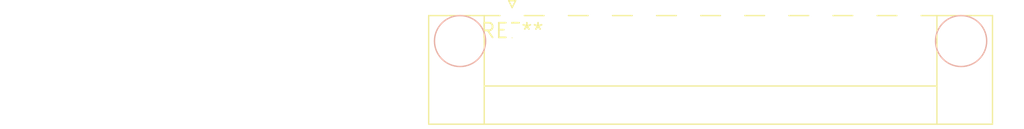
<source format=kicad_pcb>
(kicad_pcb (version 20240108) (generator pcbnew)
  (layers (0 "F.Cu" signal) (31 "B.Cu" signal) (34 "B.Paste" user) (35 "F.Paste" user) (36 "B.SilkS" user "B.Silkscreen") (37 "F.SilkS" user "F.Silkscreen") (38 "B.Mask" user) (39 "F.Mask" user) (44 "Edge.Cuts" user))
  (net 0 "")
  (footprint "PhoenixContact_MC_1,5_10-GF-3.81_1x10_P3.81mm_Horizontal_ThreadedFlange_MountHole" (layer "F.Cu") (at 0 0)
    (property "Reference" "REF**")
    (property "Value" "PhoenixContact_MC_1,5_10-GF-3.81_1x10_P3.81mm_Horizontal_ThreadedFlange_MountHole")
    (fp_circle (center -4.5 0.9) (end -2.29 0.9) (layer "B.SilkS") (stroke (width 0.12)) (fill none))
    (fp_circle (center 38.79 0.9) (end 41 0.9) (layer "B.SilkS") (stroke (width 0.12)) (fill none))
    (fp_line (start -7.21 -1.31) (end -7.21 8.11) (layer "F.SilkS") (stroke (width 0.12)))
    (fp_line (start -7.21 -1.31) (end -1.05 -1.31) (layer "F.SilkS") (stroke (width 0.12)))
    (fp_line (start -7.21 8.11) (end 41.5 8.11) (layer "F.SilkS") (stroke (width 0.12)))
    (fp_line (start -2.41 -1.31) (end -2.41 8.11) (layer "F.SilkS") (stroke (width 0.12)))
    (fp_line (start -2.41 4.8) (end 36.7 4.8) (layer "F.SilkS") (stroke (width 0.12)))
    (fp_line (start -0.3 -2.6) (end 0.3 -2.6) (layer "F.SilkS") (stroke (width 0.12)))
    (fp_line (start 0 -2) (end -0.3 -2.6) (layer "F.SilkS") (stroke (width 0.12)))
    (fp_line (start 0.3 -2.6) (end 0 -2) (layer "F.SilkS") (stroke (width 0.12)))
    (fp_line (start 1.05 -1.31) (end 2.76 -1.31) (layer "F.SilkS") (stroke (width 0.12)))
    (fp_line (start 4.86 -1.31) (end 6.57 -1.31) (layer "F.SilkS") (stroke (width 0.12)))
    (fp_line (start 8.67 -1.31) (end 10.38 -1.31) (layer "F.SilkS") (stroke (width 0.12)))
    (fp_line (start 12.48 -1.31) (end 14.19 -1.31) (layer "F.SilkS") (stroke (width 0.12)))
    (fp_line (start 16.29 -1.31) (end 18 -1.31) (layer "F.SilkS") (stroke (width 0.12)))
    (fp_line (start 20.1 -1.31) (end 21.81 -1.31) (layer "F.SilkS") (stroke (width 0.12)))
    (fp_line (start 23.91 -1.31) (end 25.62 -1.31) (layer "F.SilkS") (stroke (width 0.12)))
    (fp_line (start 27.72 -1.31) (end 29.43 -1.31) (layer "F.SilkS") (stroke (width 0.12)))
    (fp_line (start 31.53 -1.31) (end 33.24 -1.31) (layer "F.SilkS") (stroke (width 0.12)))
    (fp_line (start 36.7 -1.31) (end 36.7 8.11) (layer "F.SilkS") (stroke (width 0.12)))
    (fp_line (start 41.5 -1.31) (end 35.34 -1.31) (layer "F.SilkS") (stroke (width 0.12)))
    (fp_line (start 41.5 8.11) (end 41.5 -1.31) (layer "F.SilkS") (stroke (width 0.12)))
    (pad "" np_thru_hole circle (at -4.5 0.9) (size 2.4 2.4) (drill 2.4) (layers *.Cu *.Mask))
    (pad "" np_thru_hole circle (at 38.79 0.9) (size 2.4 2.4) (drill 2.4) (layers *.Cu *.Mask))
    (pad "1" thru_hole roundrect (at 0 0) (size 1.8 3.6) (drill 1.2) (layers *.Cu *.Mask) (remove_unused_layers) (roundrect_rratio 0.138889))
    (pad "2" thru_hole oval (at 3.81 0) (size 1.8 3.6) (drill 1.2) (layers *.Cu *.Mask) (remove_unused_layers))
    (pad "3" thru_hole oval (at 7.62 0) (size 1.8 3.6) (drill 1.2) (layers *.Cu *.Mask) (remove_unused_layers))
    (pad "4" thru_hole oval (at 11.43 0) (size 1.8 3.6) (drill 1.2) (layers *.Cu *.Mask) (remove_unused_layers))
    (pad "5" thru_hole oval (at 15.24 0) (size 1.8 3.6) (drill 1.2) (layers *.Cu *.Mask) (remove_unused_layers))
    (pad "6" thru_hole oval (at 19.05 0) (size 1.8 3.6) (drill 1.2) (layers *.Cu *.Mask) (remove_unused_layers))
    (pad "7" thru_hole oval (at 22.86 0) (size 1.8 3.6) (drill 1.2) (layers *.Cu *.Mask) (remove_unused_layers))
    (pad "8" thru_hole oval (at 26.67 0) (size 1.8 3.6) (drill 1.2) (layers *.Cu *.Mask) (remove_unused_layers))
    (pad "9" thru_hole oval (at 30.48 0) (size 1.8 3.6) (drill 1.2) (layers *.Cu *.Mask) (remove_unused_layers))
    (pad "10" thru_hole oval (at 34.29 0) (size 1.8 3.6) (drill 1.2) (layers *.Cu *.Mask) (remove_unused_layers))
  )
)
</source>
